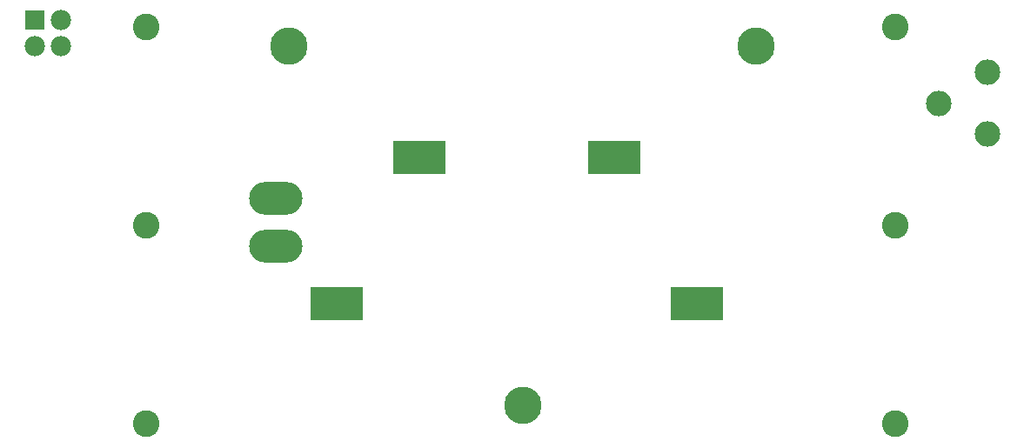
<source format=gbs>
G04*
G04 #@! TF.GenerationSoftware,Altium Limited,Altium Designer,22.0.2 (36)*
G04*
G04 Layer_Color=16711935*
%FSLAX25Y25*%
%MOIN*%
G70*
G04*
G04 #@! TF.SameCoordinates,B0134727-A30E-443A-9B04-D8BCE479AFC3*
G04*
G04*
G04 #@! TF.FilePolarity,Negative*
G04*
G01*
G75*
%ADD14C,0.07800*%
%ADD15R,0.07800X0.07800*%
%ADD16C,0.09800*%
%ADD17C,0.10249*%
%ADD18C,0.14343*%
%ADD19C,0.14343*%
%ADD29O,0.20485X0.12611*%
%ADD30R,0.20485X0.12611*%
D14*
X20000Y165000D02*
D03*
Y175000D02*
D03*
X10000Y165000D02*
D03*
D15*
Y175000D02*
D03*
D16*
X375000Y155000D02*
D03*
Y131378D02*
D03*
X356496Y143189D02*
D03*
D17*
X52809Y96300D02*
D03*
X339816D02*
D03*
Y20316D02*
D03*
X52809D02*
D03*
X339816Y172284D02*
D03*
X52809D02*
D03*
D18*
X196923Y27450D02*
D03*
D19*
X286490Y165246D02*
D03*
X107356D02*
D03*
D29*
X102280Y106744D02*
D03*
X102280Y88500D02*
D03*
D30*
X232202Y122500D02*
D03*
X157398D02*
D03*
X125902Y66500D02*
D03*
X263698D02*
D03*
M02*

</source>
